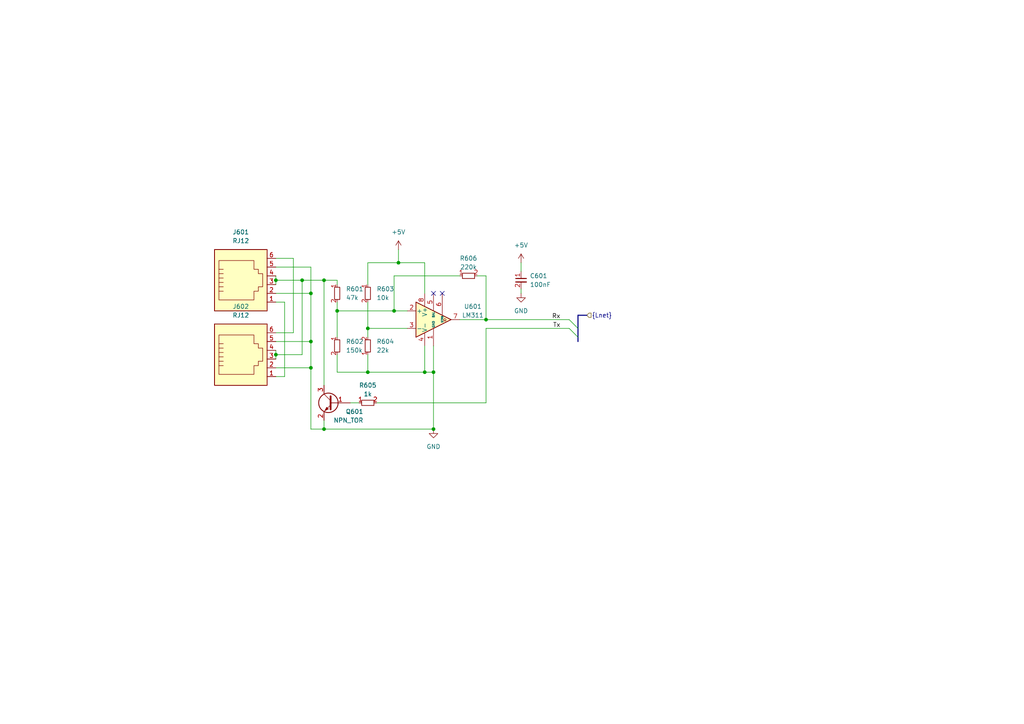
<source format=kicad_sch>
(kicad_sch (version 20230121) (generator eeschema)
  (paper "A4")
  (lib_symbols
    (symbol "Comparator:LM311" (pin_names (offset 0.127))
      (property "Reference" "U" (at 3.81 6.35 0))
      (property "Value" "LM311" (at 3.81 3.81 0))
      (symbol "LM311_0_1"
        (polyline (pts (xy 5.08 0) (xy -5.08 5.08) (xy -5.08 -5.08) (xy 5.08 0)) (stroke (width 0.254)) (fill (type background)))
        (polyline (pts (xy 3.683 -0.381) (xy 3.302 -0.381) (xy 3.683 0) (xy 3.302 0.381) (xy 2.921 0) (xy 3.302 -0.381) (xy 2.921 -0.381)) (stroke (width 0.127)))
      )
      (symbol "LM311_1_1"
        (pin passive line (at 0 -7.62 90) (length 5.08) (name "GND") (number "1"))
        (pin input line (at -7.62 2.54 0) (length 2.54) (name "+") (number "2"))
        (pin input line (at -7.62 -2.54 0) (length 2.54) (name "-") (number "3"))
        (pin power_in line (at -2.54 -7.62 90) (length 3.81) (name "V-") (number "4"))
        (pin input line (at 0 7.62 270) (length 5.08) (name "BAL") (number "5"))
        (pin input line (at 2.54 7.62 270) (length 6.35) (name "STRB") (number "6"))
        (pin open_collector line (at 7.62 0 180) (length 2.54) (name "~") (number "7"))
        (pin power_in line (at -2.54 7.62 270) (length 3.81) (name "V+") (number "8"))
      )
    )
    (symbol "capacitor_miscellaneous:C_0402_100nF"
      (property "Reference" "U" (at 1.27 2.54 0))
      (property "Value" "100nF" (at 3.81 -2.54 0))
      (property "JLCPCB Part#" "C307331" (at 0 0 0))
      (symbol "C_0402_100nF_0_1"
        (polyline (pts (xy -1.524 -0.508) (xy 1.524 -0.508)) (stroke (width 0.3302)))
        (polyline (pts (xy -1.524 0.508) (xy 1.524 0.508)) (stroke (width 0.3048)))
      )
      (symbol "C_0402_100nF_1_1"
        (pin passive line (at 0 2.54 270) (length 2.032) (name "~") (number "1"))
        (pin passive line (at 0 -2.54 90) (length 2.032) (name "~") (number "2"))
      )
    )
    (symbol "custom_kicad_lib_sk:NPN_TOR" (pin_names (offset 0) hide)
      (property "Reference" "Q" (at 5.08 1.905 0))
      (property "Value" "NPN_TOR" (at 5.08 0 0))
      (symbol "NPN_TOR_0_1"
        (polyline (pts (xy 0.635 0.635) (xy 2.54 2.54)))
        (polyline (pts (xy 0.635 -0.635) (xy 2.54 -2.54) (xy 2.54 -2.54)))
        (polyline (pts (xy 0.635 1.905) (xy 0.635 -1.905) (xy 0.635 -1.905)) (stroke (width 0.508)))
        (polyline (pts (xy 1.27 -1.778) (xy 1.778 -1.27) (xy 2.286 -2.286) (xy 1.27 -1.778) (xy 1.27 -1.778)) (fill (type outline)))
        (circle (center 1.27 0) (radius 2.8194) (stroke (width 0.254)))
      )
      (symbol "NPN_TOR_1_1"
        (pin input line (at -5.08 0 0) (length 5.715) (name "B") (number "1"))
        (pin passive line (at 2.54 -5.08 90) (length 2.54) (name "E") (number "2"))
        (pin passive line (at 2.54 5.08 270) (length 2.54) (name "C") (number "3"))
      )
    )
    (symbol "custom_kicad_lib_sk:RJ12" (pin_names (offset 1.016))
      (property "Reference" "J" (at -5.08 11.43 0))
      (property "Value" "RJ12" (at 2.54 11.43 0))
      (symbol "RJ12_0_1"
        (polyline (pts (xy -6.35 -1.905) (xy -5.08 -1.905) (xy -5.08 -1.905)))
        (polyline (pts (xy -6.35 -0.635) (xy -5.08 -0.635) (xy -5.08 -0.635)))
        (polyline (pts (xy -6.35 0.635) (xy -5.08 0.635) (xy -5.08 0.635)))
        (polyline (pts (xy -6.35 1.905) (xy -5.08 1.905) (xy -5.08 1.905)))
        (polyline (pts (xy -6.35 3.175) (xy -5.08 3.175) (xy -5.08 3.175)))
        (polyline (pts (xy -5.08 4.445) (xy -6.35 4.445) (xy -6.35 4.445)))
        (polyline (pts (xy -6.35 -4.445) (xy -6.35 6.985) (xy 3.81 6.985) (xy 3.81 4.445) (xy 5.08 4.445) (xy 5.08 3.175) (xy 6.35 3.175) (xy 6.35 -0.635) (xy 5.08 -0.635) (xy 5.08 -1.905) (xy 3.81 -1.905) (xy 3.81 -4.445) (xy -6.35 -4.445) (xy -6.35 -4.445)))
        (rectangle (start 7.62 10.16) (end -7.62 -7.62) (stroke (width 0.254)) (fill (type background)))
      )
      (symbol "RJ12_1_1"
        (pin passive line (at 10.16 -5.08 180) (length 2.54) (name "~") (number "1"))
        (pin passive line (at 10.16 -2.54 180) (length 2.54) (name "~") (number "2"))
        (pin passive line (at 10.16 0 180) (length 2.54) (name "~") (number "3"))
        (pin passive line (at 10.16 2.54 180) (length 2.54) (name "~") (number "4"))
        (pin passive line (at 10.16 5.08 180) (length 2.54) (name "~") (number "5"))
        (pin passive line (at 10.16 7.62 180) (length 2.54) (name "~") (number "6"))
      )
    )
    (symbol "power:+5V" (power) (pin_names (offset 0))
      (property "Value" "+5V" (at 0 3.556 0))
      (symbol "+5V_0_1"
        (polyline (pts (xy -0.762 1.27) (xy 0 2.54)))
        (polyline (pts (xy 0 0) (xy 0 2.54)))
        (polyline (pts (xy 0 2.54) (xy 0.762 1.27)))
      )
      (symbol "+5V_1_1"
        (pin power_in line (at 0 0 90) (length 0) hide (name "+5V") (number "1"))
      )
    )
    (symbol "power:GND" (power) (pin_names (offset 0))
      (property "Value" "GND" (at 0 -3.81 0))
      (symbol "GND_0_1"
        (polyline (pts (xy 0 0) (xy 0 -1.27) (xy 1.27 -1.27) (xy 0 -2.54) (xy -1.27 -1.27) (xy 0 -1.27)))
      )
      (symbol "GND_1_1"
        (pin power_in line (at 0 0 270) (length 0) hide (name "GND") (number "1"))
      )
    )
    (symbol "resistors_0603:R_10k_0603"
      (property "Reference" "R" (at 1.27 2.54 0))
      (property "Value" "10k" (at 2.54 -2.54 0))
      (symbol "R_10k_0603_0_1"
        (rectangle (start -0.762 1.778) (end 0.762 -1.778) (stroke (width 0.2032)))
      )
      (symbol "R_10k_0603_1_1"
        (pin passive line (at 0 2.54 270) (length 0.762) (name "~") (number "1"))
        (pin passive line (at 0 -2.54 90) (length 0.762) (name "~") (number "2"))
      )
    )
    (symbol "resistors_0603:R_150k_0603"
      (property "Reference" "R" (at 1.27 2.54 0))
      (property "Value" "150k" (at 2.54 -2.54 0))
      (symbol "R_150k_0603_0_1"
        (rectangle (start -0.762 1.778) (end 0.762 -1.778) (stroke (width 0.2032)))
      )
      (symbol "R_150k_0603_1_1"
        (pin passive line (at 0 2.54 270) (length 0.762) (name "~") (number "1"))
        (pin passive line (at 0 -2.54 90) (length 0.762) (name "~") (number "2"))
      )
    )
    (symbol "resistors_0603:R_1k_0603"
      (property "Reference" "R" (at 1.27 2.54 0))
      (property "Value" "1k" (at 2.54 -2.54 0))
      (symbol "R_1k_0603_0_1"
        (rectangle (start -0.762 1.778) (end 0.762 -1.778) (stroke (width 0.2032)))
      )
      (symbol "R_1k_0603_1_1"
        (pin passive line (at 0 2.54 270) (length 0.762) (name "~") (number "1"))
        (pin passive line (at 0 -2.54 90) (length 0.762) (name "~") (number "2"))
      )
    )
    (symbol "resistors_0603:R_220k_0603"
      (property "Reference" "R" (at 1.27 2.54 0))
      (property "Value" "220k" (at 2.54 -2.54 0))
      (symbol "R_220k_0603_0_1"
        (rectangle (start -0.762 1.778) (end 0.762 -1.778) (stroke (width 0.2032)))
      )
      (symbol "R_220k_0603_1_1"
        (pin passive line (at 0 2.54 270) (length 0.762) (name "~") (number "1"))
        (pin passive line (at 0 -2.54 90) (length 0.762) (name "~") (number "2"))
      )
    )
    (symbol "resistors_0603:R_22k_0603"
      (property "Reference" "R" (at 1.27 2.54 0))
      (property "Value" "22k" (at 2.54 -2.54 0))
      (symbol "R_22k_0603_0_1"
        (rectangle (start -0.762 1.778) (end 0.762 -1.778) (stroke (width 0.2032)))
      )
      (symbol "R_22k_0603_1_1"
        (pin passive line (at 0 2.54 270) (length 0.762) (name "~") (number "1"))
        (pin passive line (at 0 -2.54 90) (length 0.762) (name "~") (number "2"))
      )
    )
    (symbol "resistors_0603:R_47k_0603"
      (property "Reference" "R" (at 1.27 2.54 0))
      (property "Value" "47k" (at 2.54 -2.54 0))
      (symbol "R_47k_0603_0_1"
        (rectangle (start -0.762 1.778) (end 0.762 -1.778) (stroke (width 0.2032)))
      )
      (symbol "R_47k_0603_1_1"
        (pin passive line (at 0 2.54 270) (length 0.762) (name "~") (number "1"))
        (pin passive line (at 0 -2.54 90) (length 0.762) (name "~") (number "2"))
      )
    )
  )
  (junction (at 90.17 85.09))
  (junction (at 123.19 107.95))
  (junction (at 115.57 76.2))
  (junction (at 93.98 81.28))
  (junction (at 80.01 102.87))
  (junction (at 114.3 90.17))
  (junction (at 140.97 92.71))
  (junction (at 90.17 99.06))
  (junction (at 106.68 107.95))
  (junction (at 125.73 124.46))
  (junction (at 106.68 95.25))
  (junction (at 125.73 107.95))
  (junction (at 90.17 106.68))
  (junction (at 80.01 81.28))
  (junction (at 87.63 81.28))
  (junction (at 97.79 90.17))
  (junction (at 93.98 124.46))
  (no_connect (at 125.73 85.09))
  (no_connect (at 128.27 85.09))
  (bus_entry (at 165.1 95.25) (size 2.54 2.54))
  (bus_entry (at 165.1 92.71) (size 2.54 2.54))
  (wire (pts (xy 125.73 107.95) (xy 125.73 124.46)))
  (wire (pts (xy 97.79 107.95) (xy 106.68 107.95)))
  (wire (pts (xy 140.97 92.71) (xy 165.1 92.71)))
  (wire (pts (xy 97.79 90.17) (xy 114.3 90.17)))
  (wire (pts (xy 90.17 85.09) (xy 90.17 77.47)))
  (wire (pts (xy 106.68 95.25) (xy 106.68 97.79)))
  (wire (pts (xy 106.68 107.95) (xy 123.19 107.95)))
  (wire (pts (xy 140.97 80.01) (xy 138.43 80.01)))
  (wire (pts (xy 106.68 76.2) (xy 106.68 82.55)))
  (wire (pts (xy 80.01 106.68) (xy 90.17 106.68)))
  (wire (pts (xy 80.01 102.87) (xy 87.63 102.87)))
  (wire (pts (xy 109.22 116.84) (xy 140.97 116.84)))
  (wire (pts (xy 123.19 85.09) (xy 123.19 76.2)))
  (wire (pts (xy 118.11 90.17) (xy 114.3 90.17)))
  (wire (pts (xy 123.19 107.95) (xy 123.19 100.33)))
  (bus (pts (xy 167.64 95.25) (xy 167.64 91.44)))
  (wire (pts (xy 93.98 124.46) (xy 125.73 124.46)))
  (wire (pts (xy 97.79 87.63) (xy 97.79 90.17)))
  (wire (pts (xy 114.3 90.17) (xy 114.3 80.01)))
  (wire (pts (xy 80.01 81.28) (xy 80.01 82.55)))
  (wire (pts (xy 80.01 96.52) (xy 85.09 96.52)))
  (wire (pts (xy 114.3 80.01) (xy 133.35 80.01)))
  (wire (pts (xy 115.57 72.39) (xy 115.57 76.2)))
  (bus (pts (xy 167.64 91.44) (xy 170.18 91.44)))
  (wire (pts (xy 90.17 85.09) (xy 90.17 99.06)))
  (wire (pts (xy 80.01 81.28) (xy 87.63 81.28)))
  (wire (pts (xy 140.97 95.25) (xy 140.97 116.84)))
  (wire (pts (xy 90.17 106.68) (xy 90.17 124.46)))
  (wire (pts (xy 97.79 81.28) (xy 97.79 82.55)))
  (wire (pts (xy 80.01 85.09) (xy 90.17 85.09)))
  (bus (pts (xy 167.64 97.79) (xy 167.64 95.25)))
  (wire (pts (xy 151.13 76.2) (xy 151.13 78.74)))
  (wire (pts (xy 133.35 92.71) (xy 140.97 92.71)))
  (wire (pts (xy 80.01 102.87) (xy 80.01 104.14)))
  (wire (pts (xy 106.68 76.2) (xy 115.57 76.2)))
  (wire (pts (xy 93.98 81.28) (xy 97.79 81.28)))
  (wire (pts (xy 106.68 87.63) (xy 106.68 95.25)))
  (wire (pts (xy 140.97 95.25) (xy 165.1 95.25)))
  (wire (pts (xy 90.17 106.68) (xy 90.17 99.06)))
  (wire (pts (xy 90.17 124.46) (xy 93.98 124.46)))
  (wire (pts (xy 80.01 101.6) (xy 80.01 102.87)))
  (wire (pts (xy 82.55 109.22) (xy 80.01 109.22)))
  (wire (pts (xy 123.19 107.95) (xy 125.73 107.95)))
  (wire (pts (xy 123.19 76.2) (xy 115.57 76.2)))
  (wire (pts (xy 80.01 80.01) (xy 80.01 81.28)))
  (wire (pts (xy 106.68 107.95) (xy 106.68 102.87)))
  (wire (pts (xy 80.01 99.06) (xy 90.17 99.06)))
  (wire (pts (xy 125.73 107.95) (xy 125.73 100.33)))
  (wire (pts (xy 140.97 80.01) (xy 140.97 92.71)))
  (wire (pts (xy 93.98 81.28) (xy 93.98 111.76)))
  (bus (pts (xy 167.64 99.06) (xy 167.64 97.79)))
  (wire (pts (xy 87.63 81.28) (xy 87.63 102.87)))
  (wire (pts (xy 87.63 81.28) (xy 93.98 81.28)))
  (wire (pts (xy 80.01 87.63) (xy 82.55 87.63)))
  (wire (pts (xy 82.55 87.63) (xy 82.55 109.22)))
  (wire (pts (xy 106.68 95.25) (xy 118.11 95.25)))
  (wire (pts (xy 151.13 83.82) (xy 151.13 85.09)))
  (wire (pts (xy 85.09 74.93) (xy 80.01 74.93)))
  (wire (pts (xy 97.79 90.17) (xy 97.79 97.79)))
  (wire (pts (xy 97.79 102.87) (xy 97.79 107.95)))
  (wire (pts (xy 93.98 121.92) (xy 93.98 124.46)))
  (wire (pts (xy 101.6 116.84) (xy 104.14 116.84)))
  (wire (pts (xy 85.09 96.52) (xy 85.09 74.93)))
  (wire (pts (xy 90.17 77.47) (xy 80.01 77.47)))
  (label "Rx" (at 162.56 92.71 180))
  (label "Tx" (at 162.56 95.25 180))
  (hierarchical_label "{Lnet}" (shape input) (at 170.18 91.44 0))
  (symbol (lib_id "resistors_0603:R_22k_0603") (at 106.68 100.33 180) (unit 1)
    (property "Reference" "R604" (at 109.22 99.06 0) (effects (justify right)))
    (property "Value" "22k" (at 109.22 101.6 0) (effects (justify right)))
    (property "Footprint" "custom_kicad_lib_sk:R_0603_smalltext" (effects hide))
    (property "JLCPCB Part#" "C31850" (effects hide))
  )
  (symbol (lib_id "power:+5V") (at 115.57 72.39 0) (unit 1)
    (property "Reference" "#PWR0102" (effects hide))
    (property "Value" "+5V" (at 115.57 67.31 0))
    (instances (project "Lnet-B" (path "" (reference "#PWR0102") (unit 1))) (project "pwmController" (path "" (reference "#PWR0109") (unit 1))))
  )
  (symbol (lib_id "resistors_0603:R_10k_0603") (at 106.68 85.09 0) (unit 1)
    (property "Reference" "R603" (at 109.22 83.82 0) (effects (justify left)))
    (property "Value" "10k" (at 109.22 86.36 0) (effects (justify left)))
    (property "Footprint" "custom_kicad_lib_sk:R_0603_smalltext" (effects hide))
    (property "JLCPCB Part#" "C25804" (effects hide))
  )
  (symbol (lib_id "custom_kicad_lib_sk:RJ12") (at 69.85 82.55 0) (unit 1)
    (property "Reference" "J601" (at 69.85 67.31 0))
    (property "Value" "RJ12" (at 69.85 69.85 0))
    (property "Footprint" "custom_kicad_lib_sk:RJ12" (effects hide))
  )
  (symbol (lib_id "Comparator:LM311") (at 125.73 92.71 0) (unit 1)
    (property "Reference" "U601" (at 137.16 88.9 0))
    (property "Value" "LM311" (at 137.16 91.44 0))
    (property "Footprint" "Package_SO:SOP-8_3.9x4.9mm_P1.27mm" (effects hide))
    (property "Datasheet" "https://www.st.com/resource/en/datasheet/lm311.pdf" (effects hide))
    (property "JLCPCB Part#" "C434495" (effects hide))
  )
  (symbol (lib_id "power:+5V") (at 151.13 76.2 0) (unit 1)
    (property "Reference" "#PWR0101" (effects hide))
    (property "Value" "+5V" (at 151.13 71.12 0))
    (instances (project "Lnet-B" (path "" (reference "#PWR0101") (unit 1))) (project "pwmController" (path "" (reference "#PWR0108") (unit 1))))
  )
  (symbol (lib_id "resistors_0603:R_1k_0603") (at 106.68 116.84 90) (unit 1)
    (property "Reference" "R605" (at 106.68 111.76 90))
    (property "Value" "1k" (at 106.68 114.3 90))
    (property "Footprint" "custom_kicad_lib_sk:R_0603_smalltext" (effects hide))
    (property "JLCPCB Part#" "C21190" (effects hide))
  )
  (symbol (lib_id "custom_kicad_lib_sk:NPN_TOR") (at 96.52 116.84 0) (mirror y) (unit 1)
    (property "Reference" "Q601" (at 105.41 119.38 0) (effects (justify left)))
    (property "Value" "NPN_TOR" (at 105.41 121.92 0) (effects (justify left)))
    (property "Footprint" "Package_TO_SOT_SMD:SOT-23" (effects hide))
    (property "JLCPCB Part#" "C2145" (effects hide))
  )
  (symbol (lib_id "resistors_0603:R_150k_0603") (at 97.79 100.33 0) (unit 1)
    (property "Reference" "R602" (at 100.33 99.06 0) (effects (justify left)))
    (property "Value" "150k" (at 100.33 101.6 0) (effects (justify left)))
    (property "Footprint" "custom_kicad_lib_sk:R_0603_smalltext" (effects hide))
    (property "JLCPCB Part#" "C22807" (effects hide))
  )
  (symbol (lib_id "resistors_0603:R_220k_0603") (at 135.89 80.01 90) (unit 1)
    (property "Reference" "R606" (at 135.89 74.93 90))
    (property "Value" "220k" (at 135.89 77.47 90))
    (property "Footprint" "custom_kicad_lib_sk:R_0603_smalltext" (effects hide))
    (property "JLCPCB Part#" "C22961" (effects hide))
  )
  (symbol (lib_id "power:GND") (at 151.13 85.09 0) (unit 1)
    (property "Reference" "#PWR0104" (effects hide))
    (property "Value" "GND" (at 151.13 90.17 0))
    (instances (project "Lnet-B" (path "" (reference "#PWR0104") (unit 1))) (project "pwmController" (path "" (reference "#PWR0107") (unit 1))))
  )
  (symbol (lib_id "custom_kicad_lib_sk:RJ12") (at 69.85 104.14 0) (unit 1)
    (property "Reference" "J602" (at 69.85 88.9 0))
    (property "Value" "RJ12" (at 69.85 91.44 0))
    (property "Footprint" "custom_kicad_lib_sk:RJ12" (effects hide))
  )
  (symbol (lib_id "resistors_0603:R_47k_0603") (at 97.79 85.09 0) (unit 1)
    (property "Reference" "R601" (at 100.33 83.82 0) (effects (justify left)))
    (property "Value" "47k" (at 100.33 86.36 0) (effects (justify left)))
    (property "Footprint" "custom_kicad_lib_sk:R_0603_smalltext" (effects hide))
    (property "JLCPCB Part#" "C25819" (effects hide))
  )
  (symbol (lib_id "power:GND") (at 125.73 124.46 0) (unit 1)
    (property "Reference" "#PWR0105" (effects hide))
    (property "Value" "GND" (at 125.73 129.54 0))
  )
  (symbol (lib_id "capacitor_miscellaneous:C_0402_100nF") (at 151.13 81.28 0) (unit 1)
    (property "Reference" "C601" (at 153.67 80.0163 0) (effects (justify left)))
    (property "Value" "100nF" (at 153.67 82.5563 0) (effects (justify left)))
    (property "Footprint" "Capacitor_SMD:C_0402_1005Metric" (effects hide))
    (property "JLCPCB Part#" "C307331" (effects hide))
  )
)
</source>
